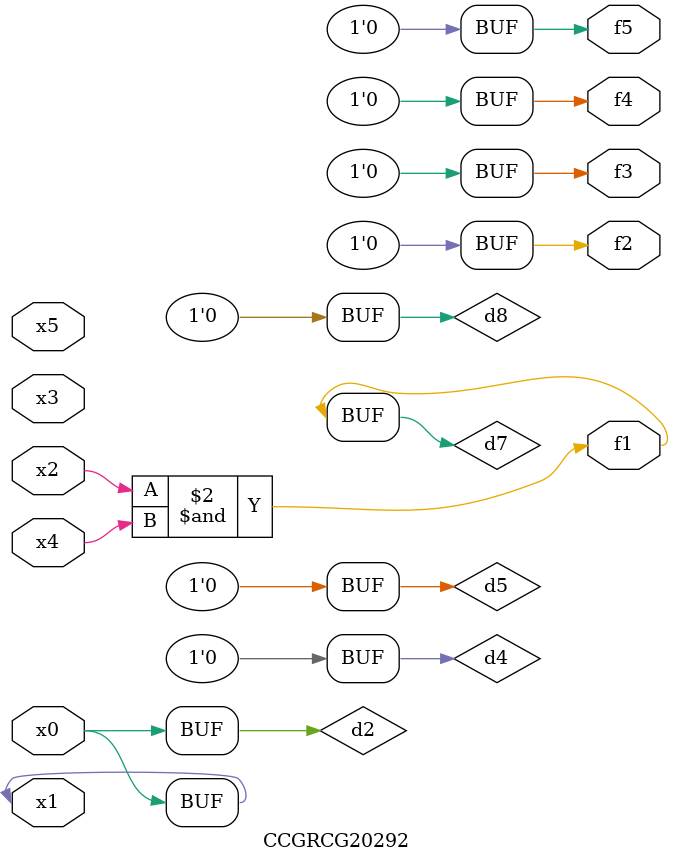
<source format=v>
module CCGRCG20292(
	input x0, x1, x2, x3, x4, x5,
	output f1, f2, f3, f4, f5
);

	wire d1, d2, d3, d4, d5, d6, d7, d8, d9;

	nand (d1, x1);
	buf (d2, x0, x1);
	nand (d3, x2, x4);
	and (d4, d1, d2);
	and (d5, d1, d2);
	nand (d6, d1, d3);
	not (d7, d3);
	xor (d8, d5);
	nor (d9, d5, d6);
	assign f1 = d7;
	assign f2 = d8;
	assign f3 = d8;
	assign f4 = d8;
	assign f5 = d8;
endmodule

</source>
